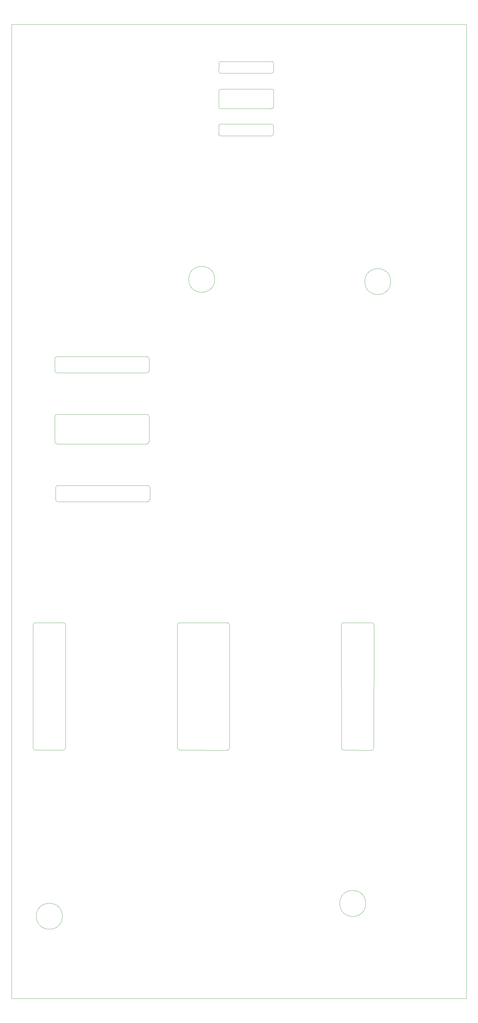
<source format=gm1>
G04 #@! TF.GenerationSoftware,KiCad,Pcbnew,9.0.3*
G04 #@! TF.CreationDate,2025-10-12T10:39:54+02:00*
G04 #@! TF.ProjectId,LLC_DCDC_V5,4c4c435f-4443-4444-935f-56352e6b6963,rev?*
G04 #@! TF.SameCoordinates,Original*
G04 #@! TF.FileFunction,Profile,NP*
%FSLAX46Y46*%
G04 Gerber Fmt 4.6, Leading zero omitted, Abs format (unit mm)*
G04 Created by KiCad (PCBNEW 9.0.3) date 2025-10-12 10:39:54*
%MOMM*%
%LPD*%
G01*
G04 APERTURE LIST*
G04 #@! TA.AperFunction,Profile*
%ADD10C,0.100000*%
G04 #@! TD*
G04 #@! TA.AperFunction,Profile*
%ADD11C,0.050000*%
G04 #@! TD*
G04 APERTURE END LIST*
D10*
X194010013Y-131315000D02*
G75*
G02*
X186049987Y-131315000I-3980013J0D01*
G01*
X186049987Y-131315000D02*
G75*
G02*
X194010013Y-131315000I3980013J0D01*
G01*
X186335012Y-322820000D02*
G75*
G02*
X178314988Y-322820000I-4010012J0D01*
G01*
X178314988Y-322820000D02*
G75*
G02*
X186335012Y-322820000I4010012J0D01*
G01*
X92990000Y-326770000D02*
G75*
G02*
X84990000Y-326770000I-4000000J0D01*
G01*
X84990000Y-326770000D02*
G75*
G02*
X92990000Y-326770000I4000000J0D01*
G01*
D11*
X77330000Y-52115000D02*
X217330000Y-52115000D01*
X217330000Y-352115000D01*
X77330000Y-352115000D01*
X77330000Y-52115000D01*
D10*
X139860000Y-130615000D02*
G75*
G02*
X131860000Y-130615000I-4000000J0D01*
G01*
X131860000Y-130615000D02*
G75*
G02*
X139860000Y-130615000I4000000J0D01*
G01*
D11*
X83989850Y-274899897D02*
X83969849Y-237035852D01*
X84659966Y-236345735D02*
X93304011Y-236355736D01*
X93283966Y-275609969D02*
X84679921Y-275589968D01*
X93994083Y-237045807D02*
X93974082Y-274919897D01*
X128369849Y-274919897D02*
X128349849Y-237055806D01*
X129039921Y-236365735D02*
X143709011Y-236330735D01*
X143718781Y-275614969D02*
X129059921Y-275609969D01*
X144399083Y-237020620D02*
X144409082Y-274924720D01*
X178834850Y-274914897D02*
X178814849Y-237050852D01*
X179504966Y-236360735D02*
X188149011Y-236370736D01*
X188128966Y-275624969D02*
X179524921Y-275604968D01*
X188839083Y-237060807D02*
X188819082Y-274934897D01*
X83969849Y-237035807D02*
G75*
G02*
X84659921Y-236345735I690071J1D01*
G01*
X84679921Y-275589969D02*
G75*
G02*
X83989849Y-274899897I-1J690071D01*
G01*
X93304011Y-236355735D02*
G75*
G02*
X93994083Y-237045807I1J-690071D01*
G01*
X93974083Y-274919897D02*
G75*
G02*
X93284011Y-275609969I-690071J-1D01*
G01*
X128349849Y-237055807D02*
G75*
G02*
X129039921Y-236365735I690071J1D01*
G01*
X129059921Y-275609969D02*
G75*
G02*
X128369849Y-274919897I-1J690071D01*
G01*
X143709011Y-236330735D02*
G75*
G02*
X144399083Y-237020807I5J-690067D01*
G01*
X144409083Y-274924897D02*
G75*
G02*
X143719011Y-275614969I-690067J-5D01*
G01*
X178814849Y-237050807D02*
G75*
G02*
X179504921Y-236360735I690117J-45D01*
G01*
X179524921Y-275604969D02*
G75*
G02*
X178834849Y-274914897I45J690117D01*
G01*
X188149011Y-236370735D02*
G75*
G02*
X188839083Y-237060807I-45J-690117D01*
G01*
X188819083Y-274934897D02*
G75*
G02*
X188129011Y-275624969I-690117J45D01*
G01*
X141574440Y-86409967D02*
X157367096Y-86402691D01*
X157877298Y-85899896D02*
X157880063Y-83309580D01*
X141077314Y-83309238D02*
X141074541Y-85899766D01*
X157380158Y-82799824D02*
X141587495Y-82805000D01*
X141634642Y-78025071D02*
X157427298Y-78017795D01*
X157937500Y-77515000D02*
X157942826Y-72525130D01*
X141140090Y-72520000D02*
X141134743Y-77514870D01*
X157440360Y-72014928D02*
X141647697Y-72020104D01*
X141654642Y-67145071D02*
X157447298Y-67137795D01*
X157957500Y-66635000D02*
X157960265Y-64044684D01*
X141157516Y-64044342D02*
X141154743Y-66634870D01*
X157460360Y-63534928D02*
X141667697Y-63540104D01*
X141574440Y-86409968D02*
G75*
G02*
X141074544Y-85899766I0J500000D01*
G01*
X157877298Y-85902754D02*
G75*
G02*
X157367096Y-86402650I-500000J0D01*
G01*
X141077298Y-83304896D02*
G75*
G02*
X141587500Y-82805000I500000J0D01*
G01*
X157380156Y-82799824D02*
G75*
G02*
X157880052Y-83310026I0J-500000D01*
G01*
X141634642Y-78025072D02*
G75*
G02*
X141134746Y-77514870I0J500000D01*
G01*
X157937500Y-77517858D02*
G75*
G02*
X157427298Y-78017754I-500000J0D01*
G01*
X141137500Y-72520000D02*
G75*
G02*
X141647702Y-72020104I500000J0D01*
G01*
X157440358Y-72014928D02*
G75*
G02*
X157940258Y-72525130I2J-500002D01*
G01*
X141654642Y-67145072D02*
G75*
G02*
X141154742Y-66634870I-2J500002D01*
G01*
X157957500Y-66637858D02*
G75*
G02*
X157447297Y-67137796I-500000J-42D01*
G01*
X141157500Y-64040000D02*
G75*
G02*
X141667702Y-63540104I500000J0D01*
G01*
X157460358Y-63534928D02*
G75*
G02*
X157960258Y-64045130I2J-500002D01*
G01*
X91350072Y-154406331D02*
X118969928Y-154406331D01*
X119660000Y-155096403D02*
X119660000Y-158716259D01*
X90660000Y-158716231D02*
X90660000Y-155096403D01*
X118969928Y-159406331D02*
X91350100Y-159406330D01*
X91350072Y-172206331D02*
X118969928Y-172206331D01*
X119660000Y-172896403D02*
X119660000Y-180616230D01*
X90660000Y-180616259D02*
X90660000Y-172896403D01*
X118969928Y-181306330D02*
X91350100Y-181306330D01*
X91610072Y-194106331D02*
X119229928Y-194106331D01*
X119920000Y-194796403D02*
X119920000Y-198416259D01*
X90920000Y-198416231D02*
X90920000Y-194796403D01*
X119229928Y-199106330D02*
X91610100Y-199106330D01*
X118969928Y-154406331D02*
G75*
G02*
X119660000Y-155096403I1J-690071D01*
G01*
X90660000Y-155096403D02*
G75*
G02*
X91350072Y-154406331I690071J1D01*
G01*
X119660000Y-158716259D02*
G75*
G02*
X118969928Y-159406331I-690071J-1D01*
G01*
X91350072Y-159406331D02*
G75*
G02*
X90660000Y-158716259I-1J690071D01*
G01*
X118969928Y-172206331D02*
G75*
G02*
X119660000Y-172896403I1J-690071D01*
G01*
X90660000Y-172896403D02*
G75*
G02*
X91350072Y-172206331I690069J3D01*
G01*
X119660000Y-180616259D02*
G75*
G02*
X118969928Y-181306331I-690100J28D01*
G01*
X91350072Y-181306331D02*
G75*
G02*
X90660000Y-180616259I-92J689980D01*
G01*
X119229928Y-194106331D02*
G75*
G02*
X119920000Y-194796403I22J-690050D01*
G01*
X90920000Y-194796403D02*
G75*
G02*
X91610072Y-194106331I690200J-128D01*
G01*
X119920000Y-198416259D02*
G75*
G02*
X119229928Y-199106331I-690100J28D01*
G01*
X91610072Y-199106331D02*
G75*
G02*
X90920000Y-198416259I-72J690000D01*
G01*
M02*

</source>
